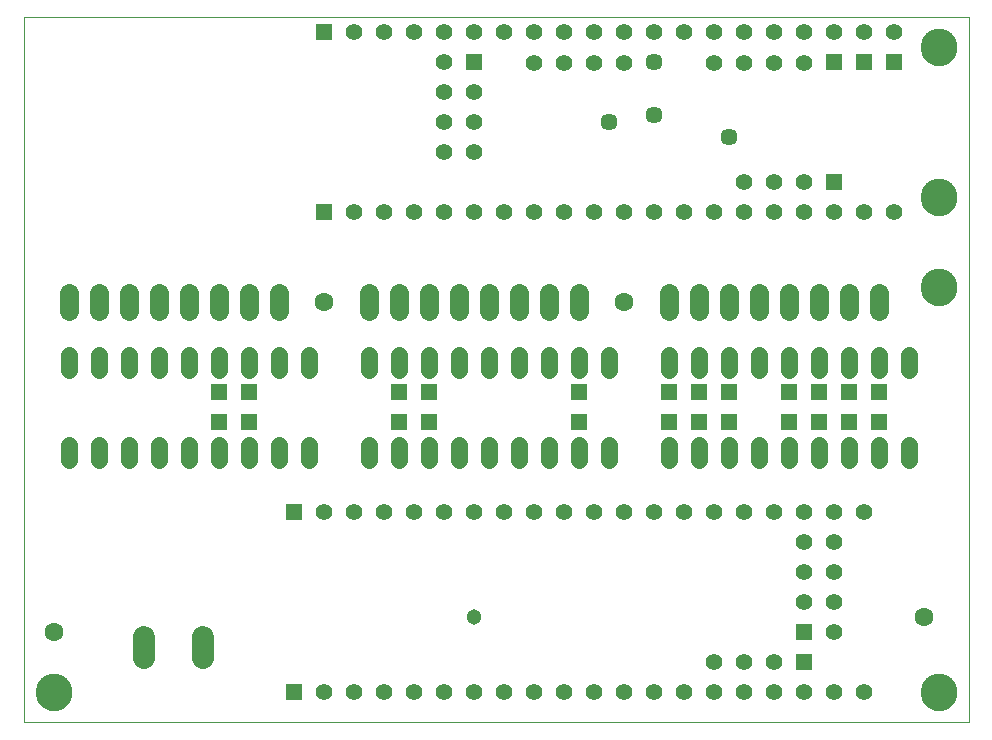
<source format=gts>
G75*
%MOIN*%
%OFA0B0*%
%FSLAX25Y25*%
%IPPOS*%
%LPD*%
%AMOC8*
5,1,8,0,0,1.08239X$1,22.5*
%
%ADD10C,0.00000*%
%ADD11C,0.12211*%
%ADD12C,0.05600*%
%ADD13R,0.05550X0.05550*%
%ADD14C,0.05550*%
%ADD15C,0.06337*%
%ADD16C,0.07450*%
%ADD17C,0.06306*%
%ADD18R,0.05400X0.05400*%
%ADD19C,0.05124*%
%ADD20C,0.05715*%
D10*
X0023540Y0001000D02*
X0023540Y0235980D01*
X0338501Y0235980D01*
X0338501Y0001000D01*
X0023540Y0001000D01*
X0027634Y0011000D02*
X0027636Y0011153D01*
X0027642Y0011307D01*
X0027652Y0011460D01*
X0027666Y0011612D01*
X0027684Y0011765D01*
X0027706Y0011916D01*
X0027731Y0012067D01*
X0027761Y0012218D01*
X0027795Y0012368D01*
X0027832Y0012516D01*
X0027873Y0012664D01*
X0027918Y0012810D01*
X0027967Y0012956D01*
X0028020Y0013100D01*
X0028076Y0013242D01*
X0028136Y0013383D01*
X0028200Y0013523D01*
X0028267Y0013661D01*
X0028338Y0013797D01*
X0028413Y0013931D01*
X0028490Y0014063D01*
X0028572Y0014193D01*
X0028656Y0014321D01*
X0028744Y0014447D01*
X0028835Y0014570D01*
X0028929Y0014691D01*
X0029027Y0014809D01*
X0029127Y0014925D01*
X0029231Y0015038D01*
X0029337Y0015149D01*
X0029446Y0015257D01*
X0029558Y0015362D01*
X0029672Y0015463D01*
X0029790Y0015562D01*
X0029909Y0015658D01*
X0030031Y0015751D01*
X0030156Y0015840D01*
X0030283Y0015927D01*
X0030412Y0016009D01*
X0030543Y0016089D01*
X0030676Y0016165D01*
X0030811Y0016238D01*
X0030948Y0016307D01*
X0031087Y0016372D01*
X0031227Y0016434D01*
X0031369Y0016492D01*
X0031512Y0016547D01*
X0031657Y0016598D01*
X0031803Y0016645D01*
X0031950Y0016688D01*
X0032098Y0016727D01*
X0032247Y0016763D01*
X0032397Y0016794D01*
X0032548Y0016822D01*
X0032699Y0016846D01*
X0032852Y0016866D01*
X0033004Y0016882D01*
X0033157Y0016894D01*
X0033310Y0016902D01*
X0033463Y0016906D01*
X0033617Y0016906D01*
X0033770Y0016902D01*
X0033923Y0016894D01*
X0034076Y0016882D01*
X0034228Y0016866D01*
X0034381Y0016846D01*
X0034532Y0016822D01*
X0034683Y0016794D01*
X0034833Y0016763D01*
X0034982Y0016727D01*
X0035130Y0016688D01*
X0035277Y0016645D01*
X0035423Y0016598D01*
X0035568Y0016547D01*
X0035711Y0016492D01*
X0035853Y0016434D01*
X0035993Y0016372D01*
X0036132Y0016307D01*
X0036269Y0016238D01*
X0036404Y0016165D01*
X0036537Y0016089D01*
X0036668Y0016009D01*
X0036797Y0015927D01*
X0036924Y0015840D01*
X0037049Y0015751D01*
X0037171Y0015658D01*
X0037290Y0015562D01*
X0037408Y0015463D01*
X0037522Y0015362D01*
X0037634Y0015257D01*
X0037743Y0015149D01*
X0037849Y0015038D01*
X0037953Y0014925D01*
X0038053Y0014809D01*
X0038151Y0014691D01*
X0038245Y0014570D01*
X0038336Y0014447D01*
X0038424Y0014321D01*
X0038508Y0014193D01*
X0038590Y0014063D01*
X0038667Y0013931D01*
X0038742Y0013797D01*
X0038813Y0013661D01*
X0038880Y0013523D01*
X0038944Y0013383D01*
X0039004Y0013242D01*
X0039060Y0013100D01*
X0039113Y0012956D01*
X0039162Y0012810D01*
X0039207Y0012664D01*
X0039248Y0012516D01*
X0039285Y0012368D01*
X0039319Y0012218D01*
X0039349Y0012067D01*
X0039374Y0011916D01*
X0039396Y0011765D01*
X0039414Y0011612D01*
X0039428Y0011460D01*
X0039438Y0011307D01*
X0039444Y0011153D01*
X0039446Y0011000D01*
X0039444Y0010847D01*
X0039438Y0010693D01*
X0039428Y0010540D01*
X0039414Y0010388D01*
X0039396Y0010235D01*
X0039374Y0010084D01*
X0039349Y0009933D01*
X0039319Y0009782D01*
X0039285Y0009632D01*
X0039248Y0009484D01*
X0039207Y0009336D01*
X0039162Y0009190D01*
X0039113Y0009044D01*
X0039060Y0008900D01*
X0039004Y0008758D01*
X0038944Y0008617D01*
X0038880Y0008477D01*
X0038813Y0008339D01*
X0038742Y0008203D01*
X0038667Y0008069D01*
X0038590Y0007937D01*
X0038508Y0007807D01*
X0038424Y0007679D01*
X0038336Y0007553D01*
X0038245Y0007430D01*
X0038151Y0007309D01*
X0038053Y0007191D01*
X0037953Y0007075D01*
X0037849Y0006962D01*
X0037743Y0006851D01*
X0037634Y0006743D01*
X0037522Y0006638D01*
X0037408Y0006537D01*
X0037290Y0006438D01*
X0037171Y0006342D01*
X0037049Y0006249D01*
X0036924Y0006160D01*
X0036797Y0006073D01*
X0036668Y0005991D01*
X0036537Y0005911D01*
X0036404Y0005835D01*
X0036269Y0005762D01*
X0036132Y0005693D01*
X0035993Y0005628D01*
X0035853Y0005566D01*
X0035711Y0005508D01*
X0035568Y0005453D01*
X0035423Y0005402D01*
X0035277Y0005355D01*
X0035130Y0005312D01*
X0034982Y0005273D01*
X0034833Y0005237D01*
X0034683Y0005206D01*
X0034532Y0005178D01*
X0034381Y0005154D01*
X0034228Y0005134D01*
X0034076Y0005118D01*
X0033923Y0005106D01*
X0033770Y0005098D01*
X0033617Y0005094D01*
X0033463Y0005094D01*
X0033310Y0005098D01*
X0033157Y0005106D01*
X0033004Y0005118D01*
X0032852Y0005134D01*
X0032699Y0005154D01*
X0032548Y0005178D01*
X0032397Y0005206D01*
X0032247Y0005237D01*
X0032098Y0005273D01*
X0031950Y0005312D01*
X0031803Y0005355D01*
X0031657Y0005402D01*
X0031512Y0005453D01*
X0031369Y0005508D01*
X0031227Y0005566D01*
X0031087Y0005628D01*
X0030948Y0005693D01*
X0030811Y0005762D01*
X0030676Y0005835D01*
X0030543Y0005911D01*
X0030412Y0005991D01*
X0030283Y0006073D01*
X0030156Y0006160D01*
X0030031Y0006249D01*
X0029909Y0006342D01*
X0029790Y0006438D01*
X0029672Y0006537D01*
X0029558Y0006638D01*
X0029446Y0006743D01*
X0029337Y0006851D01*
X0029231Y0006962D01*
X0029127Y0007075D01*
X0029027Y0007191D01*
X0028929Y0007309D01*
X0028835Y0007430D01*
X0028744Y0007553D01*
X0028656Y0007679D01*
X0028572Y0007807D01*
X0028490Y0007937D01*
X0028413Y0008069D01*
X0028338Y0008203D01*
X0028267Y0008339D01*
X0028200Y0008477D01*
X0028136Y0008617D01*
X0028076Y0008758D01*
X0028020Y0008900D01*
X0027967Y0009044D01*
X0027918Y0009190D01*
X0027873Y0009336D01*
X0027832Y0009484D01*
X0027795Y0009632D01*
X0027761Y0009782D01*
X0027731Y0009933D01*
X0027706Y0010084D01*
X0027684Y0010235D01*
X0027666Y0010388D01*
X0027652Y0010540D01*
X0027642Y0010693D01*
X0027636Y0010847D01*
X0027634Y0011000D01*
X0322634Y0011000D02*
X0322636Y0011153D01*
X0322642Y0011307D01*
X0322652Y0011460D01*
X0322666Y0011612D01*
X0322684Y0011765D01*
X0322706Y0011916D01*
X0322731Y0012067D01*
X0322761Y0012218D01*
X0322795Y0012368D01*
X0322832Y0012516D01*
X0322873Y0012664D01*
X0322918Y0012810D01*
X0322967Y0012956D01*
X0323020Y0013100D01*
X0323076Y0013242D01*
X0323136Y0013383D01*
X0323200Y0013523D01*
X0323267Y0013661D01*
X0323338Y0013797D01*
X0323413Y0013931D01*
X0323490Y0014063D01*
X0323572Y0014193D01*
X0323656Y0014321D01*
X0323744Y0014447D01*
X0323835Y0014570D01*
X0323929Y0014691D01*
X0324027Y0014809D01*
X0324127Y0014925D01*
X0324231Y0015038D01*
X0324337Y0015149D01*
X0324446Y0015257D01*
X0324558Y0015362D01*
X0324672Y0015463D01*
X0324790Y0015562D01*
X0324909Y0015658D01*
X0325031Y0015751D01*
X0325156Y0015840D01*
X0325283Y0015927D01*
X0325412Y0016009D01*
X0325543Y0016089D01*
X0325676Y0016165D01*
X0325811Y0016238D01*
X0325948Y0016307D01*
X0326087Y0016372D01*
X0326227Y0016434D01*
X0326369Y0016492D01*
X0326512Y0016547D01*
X0326657Y0016598D01*
X0326803Y0016645D01*
X0326950Y0016688D01*
X0327098Y0016727D01*
X0327247Y0016763D01*
X0327397Y0016794D01*
X0327548Y0016822D01*
X0327699Y0016846D01*
X0327852Y0016866D01*
X0328004Y0016882D01*
X0328157Y0016894D01*
X0328310Y0016902D01*
X0328463Y0016906D01*
X0328617Y0016906D01*
X0328770Y0016902D01*
X0328923Y0016894D01*
X0329076Y0016882D01*
X0329228Y0016866D01*
X0329381Y0016846D01*
X0329532Y0016822D01*
X0329683Y0016794D01*
X0329833Y0016763D01*
X0329982Y0016727D01*
X0330130Y0016688D01*
X0330277Y0016645D01*
X0330423Y0016598D01*
X0330568Y0016547D01*
X0330711Y0016492D01*
X0330853Y0016434D01*
X0330993Y0016372D01*
X0331132Y0016307D01*
X0331269Y0016238D01*
X0331404Y0016165D01*
X0331537Y0016089D01*
X0331668Y0016009D01*
X0331797Y0015927D01*
X0331924Y0015840D01*
X0332049Y0015751D01*
X0332171Y0015658D01*
X0332290Y0015562D01*
X0332408Y0015463D01*
X0332522Y0015362D01*
X0332634Y0015257D01*
X0332743Y0015149D01*
X0332849Y0015038D01*
X0332953Y0014925D01*
X0333053Y0014809D01*
X0333151Y0014691D01*
X0333245Y0014570D01*
X0333336Y0014447D01*
X0333424Y0014321D01*
X0333508Y0014193D01*
X0333590Y0014063D01*
X0333667Y0013931D01*
X0333742Y0013797D01*
X0333813Y0013661D01*
X0333880Y0013523D01*
X0333944Y0013383D01*
X0334004Y0013242D01*
X0334060Y0013100D01*
X0334113Y0012956D01*
X0334162Y0012810D01*
X0334207Y0012664D01*
X0334248Y0012516D01*
X0334285Y0012368D01*
X0334319Y0012218D01*
X0334349Y0012067D01*
X0334374Y0011916D01*
X0334396Y0011765D01*
X0334414Y0011612D01*
X0334428Y0011460D01*
X0334438Y0011307D01*
X0334444Y0011153D01*
X0334446Y0011000D01*
X0334444Y0010847D01*
X0334438Y0010693D01*
X0334428Y0010540D01*
X0334414Y0010388D01*
X0334396Y0010235D01*
X0334374Y0010084D01*
X0334349Y0009933D01*
X0334319Y0009782D01*
X0334285Y0009632D01*
X0334248Y0009484D01*
X0334207Y0009336D01*
X0334162Y0009190D01*
X0334113Y0009044D01*
X0334060Y0008900D01*
X0334004Y0008758D01*
X0333944Y0008617D01*
X0333880Y0008477D01*
X0333813Y0008339D01*
X0333742Y0008203D01*
X0333667Y0008069D01*
X0333590Y0007937D01*
X0333508Y0007807D01*
X0333424Y0007679D01*
X0333336Y0007553D01*
X0333245Y0007430D01*
X0333151Y0007309D01*
X0333053Y0007191D01*
X0332953Y0007075D01*
X0332849Y0006962D01*
X0332743Y0006851D01*
X0332634Y0006743D01*
X0332522Y0006638D01*
X0332408Y0006537D01*
X0332290Y0006438D01*
X0332171Y0006342D01*
X0332049Y0006249D01*
X0331924Y0006160D01*
X0331797Y0006073D01*
X0331668Y0005991D01*
X0331537Y0005911D01*
X0331404Y0005835D01*
X0331269Y0005762D01*
X0331132Y0005693D01*
X0330993Y0005628D01*
X0330853Y0005566D01*
X0330711Y0005508D01*
X0330568Y0005453D01*
X0330423Y0005402D01*
X0330277Y0005355D01*
X0330130Y0005312D01*
X0329982Y0005273D01*
X0329833Y0005237D01*
X0329683Y0005206D01*
X0329532Y0005178D01*
X0329381Y0005154D01*
X0329228Y0005134D01*
X0329076Y0005118D01*
X0328923Y0005106D01*
X0328770Y0005098D01*
X0328617Y0005094D01*
X0328463Y0005094D01*
X0328310Y0005098D01*
X0328157Y0005106D01*
X0328004Y0005118D01*
X0327852Y0005134D01*
X0327699Y0005154D01*
X0327548Y0005178D01*
X0327397Y0005206D01*
X0327247Y0005237D01*
X0327098Y0005273D01*
X0326950Y0005312D01*
X0326803Y0005355D01*
X0326657Y0005402D01*
X0326512Y0005453D01*
X0326369Y0005508D01*
X0326227Y0005566D01*
X0326087Y0005628D01*
X0325948Y0005693D01*
X0325811Y0005762D01*
X0325676Y0005835D01*
X0325543Y0005911D01*
X0325412Y0005991D01*
X0325283Y0006073D01*
X0325156Y0006160D01*
X0325031Y0006249D01*
X0324909Y0006342D01*
X0324790Y0006438D01*
X0324672Y0006537D01*
X0324558Y0006638D01*
X0324446Y0006743D01*
X0324337Y0006851D01*
X0324231Y0006962D01*
X0324127Y0007075D01*
X0324027Y0007191D01*
X0323929Y0007309D01*
X0323835Y0007430D01*
X0323744Y0007553D01*
X0323656Y0007679D01*
X0323572Y0007807D01*
X0323490Y0007937D01*
X0323413Y0008069D01*
X0323338Y0008203D01*
X0323267Y0008339D01*
X0323200Y0008477D01*
X0323136Y0008617D01*
X0323076Y0008758D01*
X0323020Y0008900D01*
X0322967Y0009044D01*
X0322918Y0009190D01*
X0322873Y0009336D01*
X0322832Y0009484D01*
X0322795Y0009632D01*
X0322761Y0009782D01*
X0322731Y0009933D01*
X0322706Y0010084D01*
X0322684Y0010235D01*
X0322666Y0010388D01*
X0322652Y0010540D01*
X0322642Y0010693D01*
X0322636Y0010847D01*
X0322634Y0011000D01*
X0322634Y0146000D02*
X0322636Y0146153D01*
X0322642Y0146307D01*
X0322652Y0146460D01*
X0322666Y0146612D01*
X0322684Y0146765D01*
X0322706Y0146916D01*
X0322731Y0147067D01*
X0322761Y0147218D01*
X0322795Y0147368D01*
X0322832Y0147516D01*
X0322873Y0147664D01*
X0322918Y0147810D01*
X0322967Y0147956D01*
X0323020Y0148100D01*
X0323076Y0148242D01*
X0323136Y0148383D01*
X0323200Y0148523D01*
X0323267Y0148661D01*
X0323338Y0148797D01*
X0323413Y0148931D01*
X0323490Y0149063D01*
X0323572Y0149193D01*
X0323656Y0149321D01*
X0323744Y0149447D01*
X0323835Y0149570D01*
X0323929Y0149691D01*
X0324027Y0149809D01*
X0324127Y0149925D01*
X0324231Y0150038D01*
X0324337Y0150149D01*
X0324446Y0150257D01*
X0324558Y0150362D01*
X0324672Y0150463D01*
X0324790Y0150562D01*
X0324909Y0150658D01*
X0325031Y0150751D01*
X0325156Y0150840D01*
X0325283Y0150927D01*
X0325412Y0151009D01*
X0325543Y0151089D01*
X0325676Y0151165D01*
X0325811Y0151238D01*
X0325948Y0151307D01*
X0326087Y0151372D01*
X0326227Y0151434D01*
X0326369Y0151492D01*
X0326512Y0151547D01*
X0326657Y0151598D01*
X0326803Y0151645D01*
X0326950Y0151688D01*
X0327098Y0151727D01*
X0327247Y0151763D01*
X0327397Y0151794D01*
X0327548Y0151822D01*
X0327699Y0151846D01*
X0327852Y0151866D01*
X0328004Y0151882D01*
X0328157Y0151894D01*
X0328310Y0151902D01*
X0328463Y0151906D01*
X0328617Y0151906D01*
X0328770Y0151902D01*
X0328923Y0151894D01*
X0329076Y0151882D01*
X0329228Y0151866D01*
X0329381Y0151846D01*
X0329532Y0151822D01*
X0329683Y0151794D01*
X0329833Y0151763D01*
X0329982Y0151727D01*
X0330130Y0151688D01*
X0330277Y0151645D01*
X0330423Y0151598D01*
X0330568Y0151547D01*
X0330711Y0151492D01*
X0330853Y0151434D01*
X0330993Y0151372D01*
X0331132Y0151307D01*
X0331269Y0151238D01*
X0331404Y0151165D01*
X0331537Y0151089D01*
X0331668Y0151009D01*
X0331797Y0150927D01*
X0331924Y0150840D01*
X0332049Y0150751D01*
X0332171Y0150658D01*
X0332290Y0150562D01*
X0332408Y0150463D01*
X0332522Y0150362D01*
X0332634Y0150257D01*
X0332743Y0150149D01*
X0332849Y0150038D01*
X0332953Y0149925D01*
X0333053Y0149809D01*
X0333151Y0149691D01*
X0333245Y0149570D01*
X0333336Y0149447D01*
X0333424Y0149321D01*
X0333508Y0149193D01*
X0333590Y0149063D01*
X0333667Y0148931D01*
X0333742Y0148797D01*
X0333813Y0148661D01*
X0333880Y0148523D01*
X0333944Y0148383D01*
X0334004Y0148242D01*
X0334060Y0148100D01*
X0334113Y0147956D01*
X0334162Y0147810D01*
X0334207Y0147664D01*
X0334248Y0147516D01*
X0334285Y0147368D01*
X0334319Y0147218D01*
X0334349Y0147067D01*
X0334374Y0146916D01*
X0334396Y0146765D01*
X0334414Y0146612D01*
X0334428Y0146460D01*
X0334438Y0146307D01*
X0334444Y0146153D01*
X0334446Y0146000D01*
X0334444Y0145847D01*
X0334438Y0145693D01*
X0334428Y0145540D01*
X0334414Y0145388D01*
X0334396Y0145235D01*
X0334374Y0145084D01*
X0334349Y0144933D01*
X0334319Y0144782D01*
X0334285Y0144632D01*
X0334248Y0144484D01*
X0334207Y0144336D01*
X0334162Y0144190D01*
X0334113Y0144044D01*
X0334060Y0143900D01*
X0334004Y0143758D01*
X0333944Y0143617D01*
X0333880Y0143477D01*
X0333813Y0143339D01*
X0333742Y0143203D01*
X0333667Y0143069D01*
X0333590Y0142937D01*
X0333508Y0142807D01*
X0333424Y0142679D01*
X0333336Y0142553D01*
X0333245Y0142430D01*
X0333151Y0142309D01*
X0333053Y0142191D01*
X0332953Y0142075D01*
X0332849Y0141962D01*
X0332743Y0141851D01*
X0332634Y0141743D01*
X0332522Y0141638D01*
X0332408Y0141537D01*
X0332290Y0141438D01*
X0332171Y0141342D01*
X0332049Y0141249D01*
X0331924Y0141160D01*
X0331797Y0141073D01*
X0331668Y0140991D01*
X0331537Y0140911D01*
X0331404Y0140835D01*
X0331269Y0140762D01*
X0331132Y0140693D01*
X0330993Y0140628D01*
X0330853Y0140566D01*
X0330711Y0140508D01*
X0330568Y0140453D01*
X0330423Y0140402D01*
X0330277Y0140355D01*
X0330130Y0140312D01*
X0329982Y0140273D01*
X0329833Y0140237D01*
X0329683Y0140206D01*
X0329532Y0140178D01*
X0329381Y0140154D01*
X0329228Y0140134D01*
X0329076Y0140118D01*
X0328923Y0140106D01*
X0328770Y0140098D01*
X0328617Y0140094D01*
X0328463Y0140094D01*
X0328310Y0140098D01*
X0328157Y0140106D01*
X0328004Y0140118D01*
X0327852Y0140134D01*
X0327699Y0140154D01*
X0327548Y0140178D01*
X0327397Y0140206D01*
X0327247Y0140237D01*
X0327098Y0140273D01*
X0326950Y0140312D01*
X0326803Y0140355D01*
X0326657Y0140402D01*
X0326512Y0140453D01*
X0326369Y0140508D01*
X0326227Y0140566D01*
X0326087Y0140628D01*
X0325948Y0140693D01*
X0325811Y0140762D01*
X0325676Y0140835D01*
X0325543Y0140911D01*
X0325412Y0140991D01*
X0325283Y0141073D01*
X0325156Y0141160D01*
X0325031Y0141249D01*
X0324909Y0141342D01*
X0324790Y0141438D01*
X0324672Y0141537D01*
X0324558Y0141638D01*
X0324446Y0141743D01*
X0324337Y0141851D01*
X0324231Y0141962D01*
X0324127Y0142075D01*
X0324027Y0142191D01*
X0323929Y0142309D01*
X0323835Y0142430D01*
X0323744Y0142553D01*
X0323656Y0142679D01*
X0323572Y0142807D01*
X0323490Y0142937D01*
X0323413Y0143069D01*
X0323338Y0143203D01*
X0323267Y0143339D01*
X0323200Y0143477D01*
X0323136Y0143617D01*
X0323076Y0143758D01*
X0323020Y0143900D01*
X0322967Y0144044D01*
X0322918Y0144190D01*
X0322873Y0144336D01*
X0322832Y0144484D01*
X0322795Y0144632D01*
X0322761Y0144782D01*
X0322731Y0144933D01*
X0322706Y0145084D01*
X0322684Y0145235D01*
X0322666Y0145388D01*
X0322652Y0145540D01*
X0322642Y0145693D01*
X0322636Y0145847D01*
X0322634Y0146000D01*
X0322634Y0176000D02*
X0322636Y0176153D01*
X0322642Y0176307D01*
X0322652Y0176460D01*
X0322666Y0176612D01*
X0322684Y0176765D01*
X0322706Y0176916D01*
X0322731Y0177067D01*
X0322761Y0177218D01*
X0322795Y0177368D01*
X0322832Y0177516D01*
X0322873Y0177664D01*
X0322918Y0177810D01*
X0322967Y0177956D01*
X0323020Y0178100D01*
X0323076Y0178242D01*
X0323136Y0178383D01*
X0323200Y0178523D01*
X0323267Y0178661D01*
X0323338Y0178797D01*
X0323413Y0178931D01*
X0323490Y0179063D01*
X0323572Y0179193D01*
X0323656Y0179321D01*
X0323744Y0179447D01*
X0323835Y0179570D01*
X0323929Y0179691D01*
X0324027Y0179809D01*
X0324127Y0179925D01*
X0324231Y0180038D01*
X0324337Y0180149D01*
X0324446Y0180257D01*
X0324558Y0180362D01*
X0324672Y0180463D01*
X0324790Y0180562D01*
X0324909Y0180658D01*
X0325031Y0180751D01*
X0325156Y0180840D01*
X0325283Y0180927D01*
X0325412Y0181009D01*
X0325543Y0181089D01*
X0325676Y0181165D01*
X0325811Y0181238D01*
X0325948Y0181307D01*
X0326087Y0181372D01*
X0326227Y0181434D01*
X0326369Y0181492D01*
X0326512Y0181547D01*
X0326657Y0181598D01*
X0326803Y0181645D01*
X0326950Y0181688D01*
X0327098Y0181727D01*
X0327247Y0181763D01*
X0327397Y0181794D01*
X0327548Y0181822D01*
X0327699Y0181846D01*
X0327852Y0181866D01*
X0328004Y0181882D01*
X0328157Y0181894D01*
X0328310Y0181902D01*
X0328463Y0181906D01*
X0328617Y0181906D01*
X0328770Y0181902D01*
X0328923Y0181894D01*
X0329076Y0181882D01*
X0329228Y0181866D01*
X0329381Y0181846D01*
X0329532Y0181822D01*
X0329683Y0181794D01*
X0329833Y0181763D01*
X0329982Y0181727D01*
X0330130Y0181688D01*
X0330277Y0181645D01*
X0330423Y0181598D01*
X0330568Y0181547D01*
X0330711Y0181492D01*
X0330853Y0181434D01*
X0330993Y0181372D01*
X0331132Y0181307D01*
X0331269Y0181238D01*
X0331404Y0181165D01*
X0331537Y0181089D01*
X0331668Y0181009D01*
X0331797Y0180927D01*
X0331924Y0180840D01*
X0332049Y0180751D01*
X0332171Y0180658D01*
X0332290Y0180562D01*
X0332408Y0180463D01*
X0332522Y0180362D01*
X0332634Y0180257D01*
X0332743Y0180149D01*
X0332849Y0180038D01*
X0332953Y0179925D01*
X0333053Y0179809D01*
X0333151Y0179691D01*
X0333245Y0179570D01*
X0333336Y0179447D01*
X0333424Y0179321D01*
X0333508Y0179193D01*
X0333590Y0179063D01*
X0333667Y0178931D01*
X0333742Y0178797D01*
X0333813Y0178661D01*
X0333880Y0178523D01*
X0333944Y0178383D01*
X0334004Y0178242D01*
X0334060Y0178100D01*
X0334113Y0177956D01*
X0334162Y0177810D01*
X0334207Y0177664D01*
X0334248Y0177516D01*
X0334285Y0177368D01*
X0334319Y0177218D01*
X0334349Y0177067D01*
X0334374Y0176916D01*
X0334396Y0176765D01*
X0334414Y0176612D01*
X0334428Y0176460D01*
X0334438Y0176307D01*
X0334444Y0176153D01*
X0334446Y0176000D01*
X0334444Y0175847D01*
X0334438Y0175693D01*
X0334428Y0175540D01*
X0334414Y0175388D01*
X0334396Y0175235D01*
X0334374Y0175084D01*
X0334349Y0174933D01*
X0334319Y0174782D01*
X0334285Y0174632D01*
X0334248Y0174484D01*
X0334207Y0174336D01*
X0334162Y0174190D01*
X0334113Y0174044D01*
X0334060Y0173900D01*
X0334004Y0173758D01*
X0333944Y0173617D01*
X0333880Y0173477D01*
X0333813Y0173339D01*
X0333742Y0173203D01*
X0333667Y0173069D01*
X0333590Y0172937D01*
X0333508Y0172807D01*
X0333424Y0172679D01*
X0333336Y0172553D01*
X0333245Y0172430D01*
X0333151Y0172309D01*
X0333053Y0172191D01*
X0332953Y0172075D01*
X0332849Y0171962D01*
X0332743Y0171851D01*
X0332634Y0171743D01*
X0332522Y0171638D01*
X0332408Y0171537D01*
X0332290Y0171438D01*
X0332171Y0171342D01*
X0332049Y0171249D01*
X0331924Y0171160D01*
X0331797Y0171073D01*
X0331668Y0170991D01*
X0331537Y0170911D01*
X0331404Y0170835D01*
X0331269Y0170762D01*
X0331132Y0170693D01*
X0330993Y0170628D01*
X0330853Y0170566D01*
X0330711Y0170508D01*
X0330568Y0170453D01*
X0330423Y0170402D01*
X0330277Y0170355D01*
X0330130Y0170312D01*
X0329982Y0170273D01*
X0329833Y0170237D01*
X0329683Y0170206D01*
X0329532Y0170178D01*
X0329381Y0170154D01*
X0329228Y0170134D01*
X0329076Y0170118D01*
X0328923Y0170106D01*
X0328770Y0170098D01*
X0328617Y0170094D01*
X0328463Y0170094D01*
X0328310Y0170098D01*
X0328157Y0170106D01*
X0328004Y0170118D01*
X0327852Y0170134D01*
X0327699Y0170154D01*
X0327548Y0170178D01*
X0327397Y0170206D01*
X0327247Y0170237D01*
X0327098Y0170273D01*
X0326950Y0170312D01*
X0326803Y0170355D01*
X0326657Y0170402D01*
X0326512Y0170453D01*
X0326369Y0170508D01*
X0326227Y0170566D01*
X0326087Y0170628D01*
X0325948Y0170693D01*
X0325811Y0170762D01*
X0325676Y0170835D01*
X0325543Y0170911D01*
X0325412Y0170991D01*
X0325283Y0171073D01*
X0325156Y0171160D01*
X0325031Y0171249D01*
X0324909Y0171342D01*
X0324790Y0171438D01*
X0324672Y0171537D01*
X0324558Y0171638D01*
X0324446Y0171743D01*
X0324337Y0171851D01*
X0324231Y0171962D01*
X0324127Y0172075D01*
X0324027Y0172191D01*
X0323929Y0172309D01*
X0323835Y0172430D01*
X0323744Y0172553D01*
X0323656Y0172679D01*
X0323572Y0172807D01*
X0323490Y0172937D01*
X0323413Y0173069D01*
X0323338Y0173203D01*
X0323267Y0173339D01*
X0323200Y0173477D01*
X0323136Y0173617D01*
X0323076Y0173758D01*
X0323020Y0173900D01*
X0322967Y0174044D01*
X0322918Y0174190D01*
X0322873Y0174336D01*
X0322832Y0174484D01*
X0322795Y0174632D01*
X0322761Y0174782D01*
X0322731Y0174933D01*
X0322706Y0175084D01*
X0322684Y0175235D01*
X0322666Y0175388D01*
X0322652Y0175540D01*
X0322642Y0175693D01*
X0322636Y0175847D01*
X0322634Y0176000D01*
X0322634Y0226000D02*
X0322636Y0226153D01*
X0322642Y0226307D01*
X0322652Y0226460D01*
X0322666Y0226612D01*
X0322684Y0226765D01*
X0322706Y0226916D01*
X0322731Y0227067D01*
X0322761Y0227218D01*
X0322795Y0227368D01*
X0322832Y0227516D01*
X0322873Y0227664D01*
X0322918Y0227810D01*
X0322967Y0227956D01*
X0323020Y0228100D01*
X0323076Y0228242D01*
X0323136Y0228383D01*
X0323200Y0228523D01*
X0323267Y0228661D01*
X0323338Y0228797D01*
X0323413Y0228931D01*
X0323490Y0229063D01*
X0323572Y0229193D01*
X0323656Y0229321D01*
X0323744Y0229447D01*
X0323835Y0229570D01*
X0323929Y0229691D01*
X0324027Y0229809D01*
X0324127Y0229925D01*
X0324231Y0230038D01*
X0324337Y0230149D01*
X0324446Y0230257D01*
X0324558Y0230362D01*
X0324672Y0230463D01*
X0324790Y0230562D01*
X0324909Y0230658D01*
X0325031Y0230751D01*
X0325156Y0230840D01*
X0325283Y0230927D01*
X0325412Y0231009D01*
X0325543Y0231089D01*
X0325676Y0231165D01*
X0325811Y0231238D01*
X0325948Y0231307D01*
X0326087Y0231372D01*
X0326227Y0231434D01*
X0326369Y0231492D01*
X0326512Y0231547D01*
X0326657Y0231598D01*
X0326803Y0231645D01*
X0326950Y0231688D01*
X0327098Y0231727D01*
X0327247Y0231763D01*
X0327397Y0231794D01*
X0327548Y0231822D01*
X0327699Y0231846D01*
X0327852Y0231866D01*
X0328004Y0231882D01*
X0328157Y0231894D01*
X0328310Y0231902D01*
X0328463Y0231906D01*
X0328617Y0231906D01*
X0328770Y0231902D01*
X0328923Y0231894D01*
X0329076Y0231882D01*
X0329228Y0231866D01*
X0329381Y0231846D01*
X0329532Y0231822D01*
X0329683Y0231794D01*
X0329833Y0231763D01*
X0329982Y0231727D01*
X0330130Y0231688D01*
X0330277Y0231645D01*
X0330423Y0231598D01*
X0330568Y0231547D01*
X0330711Y0231492D01*
X0330853Y0231434D01*
X0330993Y0231372D01*
X0331132Y0231307D01*
X0331269Y0231238D01*
X0331404Y0231165D01*
X0331537Y0231089D01*
X0331668Y0231009D01*
X0331797Y0230927D01*
X0331924Y0230840D01*
X0332049Y0230751D01*
X0332171Y0230658D01*
X0332290Y0230562D01*
X0332408Y0230463D01*
X0332522Y0230362D01*
X0332634Y0230257D01*
X0332743Y0230149D01*
X0332849Y0230038D01*
X0332953Y0229925D01*
X0333053Y0229809D01*
X0333151Y0229691D01*
X0333245Y0229570D01*
X0333336Y0229447D01*
X0333424Y0229321D01*
X0333508Y0229193D01*
X0333590Y0229063D01*
X0333667Y0228931D01*
X0333742Y0228797D01*
X0333813Y0228661D01*
X0333880Y0228523D01*
X0333944Y0228383D01*
X0334004Y0228242D01*
X0334060Y0228100D01*
X0334113Y0227956D01*
X0334162Y0227810D01*
X0334207Y0227664D01*
X0334248Y0227516D01*
X0334285Y0227368D01*
X0334319Y0227218D01*
X0334349Y0227067D01*
X0334374Y0226916D01*
X0334396Y0226765D01*
X0334414Y0226612D01*
X0334428Y0226460D01*
X0334438Y0226307D01*
X0334444Y0226153D01*
X0334446Y0226000D01*
X0334444Y0225847D01*
X0334438Y0225693D01*
X0334428Y0225540D01*
X0334414Y0225388D01*
X0334396Y0225235D01*
X0334374Y0225084D01*
X0334349Y0224933D01*
X0334319Y0224782D01*
X0334285Y0224632D01*
X0334248Y0224484D01*
X0334207Y0224336D01*
X0334162Y0224190D01*
X0334113Y0224044D01*
X0334060Y0223900D01*
X0334004Y0223758D01*
X0333944Y0223617D01*
X0333880Y0223477D01*
X0333813Y0223339D01*
X0333742Y0223203D01*
X0333667Y0223069D01*
X0333590Y0222937D01*
X0333508Y0222807D01*
X0333424Y0222679D01*
X0333336Y0222553D01*
X0333245Y0222430D01*
X0333151Y0222309D01*
X0333053Y0222191D01*
X0332953Y0222075D01*
X0332849Y0221962D01*
X0332743Y0221851D01*
X0332634Y0221743D01*
X0332522Y0221638D01*
X0332408Y0221537D01*
X0332290Y0221438D01*
X0332171Y0221342D01*
X0332049Y0221249D01*
X0331924Y0221160D01*
X0331797Y0221073D01*
X0331668Y0220991D01*
X0331537Y0220911D01*
X0331404Y0220835D01*
X0331269Y0220762D01*
X0331132Y0220693D01*
X0330993Y0220628D01*
X0330853Y0220566D01*
X0330711Y0220508D01*
X0330568Y0220453D01*
X0330423Y0220402D01*
X0330277Y0220355D01*
X0330130Y0220312D01*
X0329982Y0220273D01*
X0329833Y0220237D01*
X0329683Y0220206D01*
X0329532Y0220178D01*
X0329381Y0220154D01*
X0329228Y0220134D01*
X0329076Y0220118D01*
X0328923Y0220106D01*
X0328770Y0220098D01*
X0328617Y0220094D01*
X0328463Y0220094D01*
X0328310Y0220098D01*
X0328157Y0220106D01*
X0328004Y0220118D01*
X0327852Y0220134D01*
X0327699Y0220154D01*
X0327548Y0220178D01*
X0327397Y0220206D01*
X0327247Y0220237D01*
X0327098Y0220273D01*
X0326950Y0220312D01*
X0326803Y0220355D01*
X0326657Y0220402D01*
X0326512Y0220453D01*
X0326369Y0220508D01*
X0326227Y0220566D01*
X0326087Y0220628D01*
X0325948Y0220693D01*
X0325811Y0220762D01*
X0325676Y0220835D01*
X0325543Y0220911D01*
X0325412Y0220991D01*
X0325283Y0221073D01*
X0325156Y0221160D01*
X0325031Y0221249D01*
X0324909Y0221342D01*
X0324790Y0221438D01*
X0324672Y0221537D01*
X0324558Y0221638D01*
X0324446Y0221743D01*
X0324337Y0221851D01*
X0324231Y0221962D01*
X0324127Y0222075D01*
X0324027Y0222191D01*
X0323929Y0222309D01*
X0323835Y0222430D01*
X0323744Y0222553D01*
X0323656Y0222679D01*
X0323572Y0222807D01*
X0323490Y0222937D01*
X0323413Y0223069D01*
X0323338Y0223203D01*
X0323267Y0223339D01*
X0323200Y0223477D01*
X0323136Y0223617D01*
X0323076Y0223758D01*
X0323020Y0223900D01*
X0322967Y0224044D01*
X0322918Y0224190D01*
X0322873Y0224336D01*
X0322832Y0224484D01*
X0322795Y0224632D01*
X0322761Y0224782D01*
X0322731Y0224933D01*
X0322706Y0225084D01*
X0322684Y0225235D01*
X0322666Y0225388D01*
X0322652Y0225540D01*
X0322642Y0225693D01*
X0322636Y0225847D01*
X0322634Y0226000D01*
D11*
X0328540Y0226000D03*
X0328540Y0176000D03*
X0328540Y0146000D03*
X0328540Y0011000D03*
X0033540Y0011000D03*
D12*
X0038540Y0088400D02*
X0038540Y0093600D01*
X0048540Y0093600D02*
X0048540Y0088400D01*
X0058540Y0088400D02*
X0058540Y0093600D01*
X0068540Y0093600D02*
X0068540Y0088400D01*
X0078540Y0088400D02*
X0078540Y0093600D01*
X0088540Y0093600D02*
X0088540Y0088400D01*
X0098540Y0088400D02*
X0098540Y0093600D01*
X0108540Y0093600D02*
X0108540Y0088400D01*
X0118540Y0088400D02*
X0118540Y0093600D01*
X0138540Y0093600D02*
X0138540Y0088400D01*
X0148540Y0088400D02*
X0148540Y0093600D01*
X0158540Y0093600D02*
X0158540Y0088400D01*
X0168540Y0088400D02*
X0168540Y0093600D01*
X0178540Y0093600D02*
X0178540Y0088400D01*
X0188540Y0088400D02*
X0188540Y0093600D01*
X0198540Y0093600D02*
X0198540Y0088400D01*
X0208540Y0088400D02*
X0208540Y0093600D01*
X0218540Y0093600D02*
X0218540Y0088400D01*
X0238540Y0088400D02*
X0238540Y0093600D01*
X0248540Y0093600D02*
X0248540Y0088400D01*
X0258540Y0088400D02*
X0258540Y0093600D01*
X0268540Y0093600D02*
X0268540Y0088400D01*
X0278540Y0088400D02*
X0278540Y0093600D01*
X0288540Y0093600D02*
X0288540Y0088400D01*
X0298540Y0088400D02*
X0298540Y0093600D01*
X0308540Y0093600D02*
X0308540Y0088400D01*
X0318540Y0088400D02*
X0318540Y0093600D01*
X0318540Y0118400D02*
X0318540Y0123600D01*
X0308540Y0123600D02*
X0308540Y0118400D01*
X0298540Y0118400D02*
X0298540Y0123600D01*
X0288540Y0123600D02*
X0288540Y0118400D01*
X0278540Y0118400D02*
X0278540Y0123600D01*
X0268540Y0123600D02*
X0268540Y0118400D01*
X0258540Y0118400D02*
X0258540Y0123600D01*
X0248540Y0123600D02*
X0248540Y0118400D01*
X0238540Y0118400D02*
X0238540Y0123600D01*
X0218540Y0123600D02*
X0218540Y0118400D01*
X0208540Y0118400D02*
X0208540Y0123600D01*
X0198540Y0123600D02*
X0198540Y0118400D01*
X0188540Y0118400D02*
X0188540Y0123600D01*
X0178540Y0123600D02*
X0178540Y0118400D01*
X0168540Y0118400D02*
X0168540Y0123600D01*
X0158540Y0123600D02*
X0158540Y0118400D01*
X0148540Y0118400D02*
X0148540Y0123600D01*
X0138540Y0123600D02*
X0138540Y0118400D01*
X0118540Y0118400D02*
X0118540Y0123600D01*
X0108540Y0123600D02*
X0108540Y0118400D01*
X0098540Y0118400D02*
X0098540Y0123600D01*
X0088540Y0123600D02*
X0088540Y0118400D01*
X0078540Y0118400D02*
X0078540Y0123600D01*
X0068540Y0123600D02*
X0068540Y0118400D01*
X0058540Y0118400D02*
X0058540Y0123600D01*
X0048540Y0123600D02*
X0048540Y0118400D01*
X0038540Y0118400D02*
X0038540Y0123600D01*
D13*
X0113540Y0071000D03*
X0113540Y0011000D03*
X0283540Y0021000D03*
X0283540Y0031000D03*
X0123540Y0171000D03*
X0173540Y0221000D03*
X0123540Y0231000D03*
X0293540Y0221000D03*
X0303540Y0221000D03*
X0313540Y0221000D03*
X0293540Y0181000D03*
D14*
X0283540Y0181000D03*
X0273540Y0181000D03*
X0263540Y0181000D03*
X0263540Y0171000D03*
X0253540Y0171000D03*
X0243540Y0171000D03*
X0233540Y0171000D03*
X0223540Y0171000D03*
X0213540Y0171000D03*
X0203540Y0171000D03*
X0193540Y0171000D03*
X0183540Y0171000D03*
X0173540Y0171000D03*
X0163540Y0171000D03*
X0153540Y0171000D03*
X0143540Y0171000D03*
X0133540Y0171000D03*
X0163540Y0191000D03*
X0173540Y0191000D03*
X0173540Y0201000D03*
X0163540Y0201000D03*
X0163540Y0211000D03*
X0173540Y0211000D03*
X0163540Y0221000D03*
X0163540Y0231000D03*
X0153540Y0231000D03*
X0143540Y0231000D03*
X0133540Y0231000D03*
X0173540Y0231000D03*
X0183540Y0231000D03*
X0193540Y0231000D03*
X0203540Y0231000D03*
X0213540Y0231000D03*
X0223540Y0231000D03*
X0233540Y0231000D03*
X0243540Y0231000D03*
X0253540Y0231000D03*
X0263540Y0231000D03*
X0273540Y0231000D03*
X0283540Y0231000D03*
X0293540Y0231000D03*
X0303540Y0231000D03*
X0313540Y0231000D03*
X0283540Y0220685D03*
X0273540Y0220685D03*
X0263540Y0220685D03*
X0253540Y0220685D03*
X0223540Y0220685D03*
X0213540Y0220685D03*
X0203540Y0220685D03*
X0193540Y0220685D03*
X0273540Y0171000D03*
X0283540Y0171000D03*
X0293540Y0171000D03*
X0303540Y0171000D03*
X0313540Y0171000D03*
X0303540Y0071000D03*
X0293540Y0071000D03*
X0283540Y0071000D03*
X0273540Y0071000D03*
X0263540Y0071000D03*
X0253540Y0071000D03*
X0243540Y0071000D03*
X0233540Y0071000D03*
X0223540Y0071000D03*
X0213540Y0071000D03*
X0203540Y0071000D03*
X0193540Y0071000D03*
X0183540Y0071000D03*
X0173540Y0071000D03*
X0163540Y0071000D03*
X0153540Y0071000D03*
X0143540Y0071000D03*
X0133540Y0071000D03*
X0123540Y0071000D03*
X0123540Y0011000D03*
X0133540Y0011000D03*
X0143540Y0011000D03*
X0153540Y0011000D03*
X0163540Y0011000D03*
X0173540Y0011000D03*
X0183540Y0011000D03*
X0193540Y0011000D03*
X0203540Y0011000D03*
X0213540Y0011000D03*
X0223540Y0011000D03*
X0233540Y0011000D03*
X0243540Y0011000D03*
X0253540Y0011000D03*
X0263540Y0011000D03*
X0273540Y0011000D03*
X0283540Y0011000D03*
X0293540Y0011000D03*
X0303540Y0011000D03*
X0293540Y0031000D03*
X0293540Y0041000D03*
X0283540Y0041000D03*
X0283540Y0051000D03*
X0293540Y0051000D03*
X0293540Y0061000D03*
X0283540Y0061000D03*
X0273540Y0021000D03*
X0263540Y0021000D03*
X0253540Y0021000D03*
D15*
X0248540Y0138031D02*
X0248540Y0143969D01*
X0238540Y0143969D02*
X0238540Y0138031D01*
X0258540Y0138031D02*
X0258540Y0143969D01*
X0268540Y0143969D02*
X0268540Y0138031D01*
X0278540Y0138031D02*
X0278540Y0143969D01*
X0288540Y0143969D02*
X0288540Y0138031D01*
X0298540Y0138031D02*
X0298540Y0143969D01*
X0308540Y0143969D02*
X0308540Y0138031D01*
X0208540Y0138031D02*
X0208540Y0143969D01*
X0198540Y0143969D02*
X0198540Y0138031D01*
X0188540Y0138031D02*
X0188540Y0143969D01*
X0178540Y0143969D02*
X0178540Y0138031D01*
X0168540Y0138031D02*
X0168540Y0143969D01*
X0158540Y0143969D02*
X0158540Y0138031D01*
X0148540Y0138031D02*
X0148540Y0143969D01*
X0138540Y0143969D02*
X0138540Y0138031D01*
X0108540Y0138031D02*
X0108540Y0143969D01*
X0098540Y0143969D02*
X0098540Y0138031D01*
X0088540Y0138031D02*
X0088540Y0143969D01*
X0078540Y0143969D02*
X0078540Y0138031D01*
X0068540Y0138031D02*
X0068540Y0143969D01*
X0058540Y0143969D02*
X0058540Y0138031D01*
X0048540Y0138031D02*
X0048540Y0143969D01*
X0038540Y0143969D02*
X0038540Y0138031D01*
D16*
X0063698Y0029525D02*
X0063698Y0022475D01*
X0083383Y0022475D02*
X0083383Y0029525D01*
D17*
X0033540Y0031000D03*
X0123540Y0141000D03*
X0223540Y0141000D03*
X0323540Y0036000D03*
D18*
X0308540Y0101000D03*
X0298540Y0101000D03*
X0288540Y0101000D03*
X0278540Y0101000D03*
X0278540Y0111000D03*
X0288540Y0111000D03*
X0298540Y0111000D03*
X0308540Y0111000D03*
X0258540Y0111000D03*
X0248540Y0111000D03*
X0238540Y0111000D03*
X0238540Y0101000D03*
X0248540Y0101000D03*
X0258540Y0101000D03*
X0208540Y0101000D03*
X0208540Y0111000D03*
X0158540Y0111000D03*
X0148540Y0111000D03*
X0148540Y0101000D03*
X0158540Y0101000D03*
X0098540Y0101000D03*
X0088540Y0101000D03*
X0088540Y0111000D03*
X0098540Y0111000D03*
D19*
X0173540Y0036000D03*
D20*
X0258540Y0196000D03*
X0233540Y0203500D03*
X0218540Y0201000D03*
X0233540Y0221000D03*
M02*

</source>
